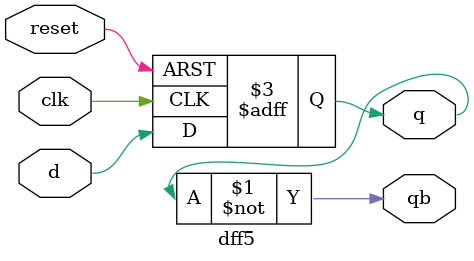
<source format=v>

module dff5 (
  input  d    ,
  input  clk  ,
  input  reset,
  output q    ,
  output qb
);

  reg q;

  assign qb = ~q;

  always @(posedge clk or posedge reset)
    if (reset)
      q <= 1'b0; // Active low-reset
    else
      q <= d;

endmodule


</source>
